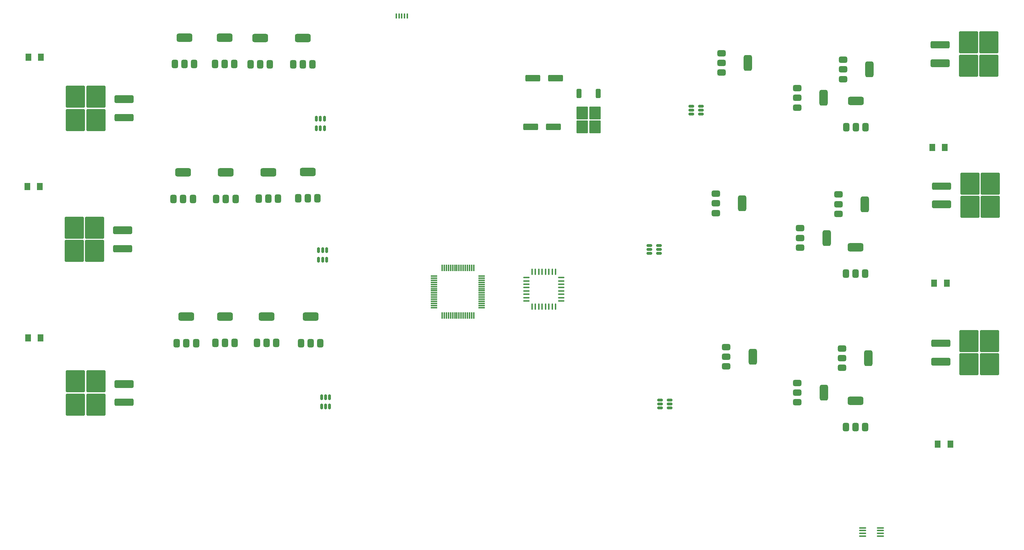
<source format=gbr>
%TF.GenerationSoftware,KiCad,Pcbnew,9.0.2*%
%TF.CreationDate,2025-09-14T19:19:56+01:00*%
%TF.ProjectId,ESP_IOBoard_V4,4553505f-494f-4426-9f61-72645f56342e,rev?*%
%TF.SameCoordinates,Original*%
%TF.FileFunction,Paste,Top*%
%TF.FilePolarity,Positive*%
%FSLAX46Y46*%
G04 Gerber Fmt 4.6, Leading zero omitted, Abs format (unit mm)*
G04 Created by KiCad (PCBNEW 9.0.2) date 2025-09-14 19:19:56*
%MOMM*%
%LPD*%
G01*
G04 APERTURE LIST*
G04 Aperture macros list*
%AMRoundRect*
0 Rectangle with rounded corners*
0 $1 Rounding radius*
0 $2 $3 $4 $5 $6 $7 $8 $9 X,Y pos of 4 corners*
0 Add a 4 corners polygon primitive as box body*
4,1,4,$2,$3,$4,$5,$6,$7,$8,$9,$2,$3,0*
0 Add four circle primitives for the rounded corners*
1,1,$1+$1,$2,$3*
1,1,$1+$1,$4,$5*
1,1,$1+$1,$6,$7*
1,1,$1+$1,$8,$9*
0 Add four rect primitives between the rounded corners*
20,1,$1+$1,$2,$3,$4,$5,0*
20,1,$1+$1,$4,$5,$6,$7,0*
20,1,$1+$1,$6,$7,$8,$9,0*
20,1,$1+$1,$8,$9,$2,$3,0*%
G04 Aperture macros list end*
%ADD10RoundRect,0.250001X-0.462499X-0.624999X0.462499X-0.624999X0.462499X0.624999X-0.462499X0.624999X0*%
%ADD11RoundRect,0.250000X-1.125000X1.275000X-1.125000X-1.275000X1.125000X-1.275000X1.125000X1.275000X0*%
%ADD12RoundRect,0.250000X-0.350000X0.850000X-0.350000X-0.850000X0.350000X-0.850000X0.350000X0.850000X0*%
%ADD13RoundRect,0.375000X0.375000X-0.625000X0.375000X0.625000X-0.375000X0.625000X-0.375000X-0.625000X0*%
%ADD14RoundRect,0.500000X1.400000X-0.500000X1.400000X0.500000X-1.400000X0.500000X-1.400000X-0.500000X0*%
%ADD15RoundRect,0.150000X0.512500X0.150000X-0.512500X0.150000X-0.512500X-0.150000X0.512500X-0.150000X0*%
%ADD16RoundRect,0.250001X0.462499X0.624999X-0.462499X0.624999X-0.462499X-0.624999X0.462499X-0.624999X0*%
%ADD17RoundRect,0.375000X-0.625000X-0.375000X0.625000X-0.375000X0.625000X0.375000X-0.625000X0.375000X0*%
%ADD18RoundRect,0.500000X-0.500000X-1.400000X0.500000X-1.400000X0.500000X1.400000X-0.500000X1.400000X0*%
%ADD19RoundRect,0.100000X-0.637500X-0.100000X0.637500X-0.100000X0.637500X0.100000X-0.637500X0.100000X0*%
%ADD20RoundRect,0.100000X-0.100000X-0.637500X0.100000X-0.637500X0.100000X0.637500X-0.100000X0.637500X0*%
%ADD21RoundRect,0.250000X2.025000X2.375000X-2.025000X2.375000X-2.025000X-2.375000X2.025000X-2.375000X0*%
%ADD22RoundRect,0.402091X1.897909X0.482509X-1.897909X0.482509X-1.897909X-0.482509X1.897909X-0.482509X0*%
%ADD23RoundRect,0.425182X1.874818X0.510218X-1.874818X0.510218X-1.874818X-0.510218X1.874818X-0.510218X0*%
%ADD24R,0.450000X1.300000*%
%ADD25RoundRect,0.250000X1.500000X0.550000X-1.500000X0.550000X-1.500000X-0.550000X1.500000X-0.550000X0*%
%ADD26RoundRect,0.150000X0.150000X-0.512500X0.150000X0.512500X-0.150000X0.512500X-0.150000X-0.512500X0*%
%ADD27RoundRect,0.250000X-2.025000X-2.375000X2.025000X-2.375000X2.025000X2.375000X-2.025000X2.375000X0*%
%ADD28RoundRect,0.402091X-1.897909X-0.482509X1.897909X-0.482509X1.897909X0.482509X-1.897909X0.482509X0*%
%ADD29RoundRect,0.425182X-1.874818X-0.510218X1.874818X-0.510218X1.874818X0.510218X-1.874818X0.510218X0*%
%ADD30RoundRect,0.150000X-0.150000X0.512500X-0.150000X-0.512500X0.150000X-0.512500X0.150000X0.512500X0*%
%ADD31RoundRect,0.100000X-0.712500X-0.100000X0.712500X-0.100000X0.712500X0.100000X-0.712500X0.100000X0*%
%ADD32RoundRect,0.075000X0.700000X0.075000X-0.700000X0.075000X-0.700000X-0.075000X0.700000X-0.075000X0*%
%ADD33RoundRect,0.075000X0.075000X0.700000X-0.075000X0.700000X-0.075000X-0.700000X0.075000X-0.700000X0*%
%ADD34RoundRect,0.150000X-0.512500X-0.150000X0.512500X-0.150000X0.512500X0.150000X-0.512500X0.150000X0*%
G04 APERTURE END LIST*
D10*
X27174800Y-38690600D03*
X30149800Y-38690600D03*
D11*
X162109800Y-51996000D03*
X159059800Y-51996000D03*
X162109800Y-55346000D03*
X159059800Y-55346000D03*
D12*
X162864800Y-47371000D03*
X158304800Y-47371000D03*
D13*
X71715600Y-106832800D03*
X74015600Y-106832800D03*
D14*
X74015600Y-100532800D03*
D13*
X76315600Y-106832800D03*
D15*
X187370300Y-52272100D03*
X187370300Y-51322100D03*
X187370300Y-50372100D03*
X185095300Y-50372100D03*
X185095300Y-51322100D03*
X185095300Y-52272100D03*
D13*
X221912400Y-90289600D03*
X224212400Y-90289600D03*
D14*
X224212400Y-83989600D03*
D13*
X226512400Y-90289600D03*
D10*
X27073200Y-105587800D03*
X30048200Y-105587800D03*
D13*
X221894200Y-126903100D03*
X224194200Y-126903100D03*
D14*
X224194200Y-120603100D03*
D13*
X226494200Y-126903100D03*
D16*
X246768000Y-130902800D03*
X243793000Y-130902800D03*
D13*
X71893400Y-72492000D03*
X74193400Y-72492000D03*
D14*
X74193400Y-66192000D03*
D13*
X76493400Y-72492000D03*
D17*
X192252600Y-37787475D03*
X192252600Y-40087475D03*
D18*
X198552600Y-40087475D03*
D17*
X192252600Y-42387475D03*
D19*
X145773700Y-91230800D03*
X145773700Y-92030800D03*
X145773700Y-92830800D03*
X145773700Y-93630800D03*
X145773700Y-94430800D03*
X145773700Y-95230800D03*
X145773700Y-96030800D03*
X145773700Y-96830800D03*
D20*
X147136200Y-98193300D03*
X147936200Y-98193300D03*
X148736200Y-98193300D03*
X149536200Y-98193300D03*
X150336200Y-98193300D03*
X151136200Y-98193300D03*
X151936200Y-98193300D03*
X152736200Y-98193300D03*
D19*
X154098700Y-96830800D03*
X154098700Y-96030800D03*
X154098700Y-95230800D03*
X154098700Y-94430800D03*
X154098700Y-93630800D03*
X154098700Y-92830800D03*
X154098700Y-92030800D03*
X154098700Y-91230800D03*
D20*
X152736200Y-89868300D03*
X151936200Y-89868300D03*
X151136200Y-89868300D03*
X150336200Y-89868300D03*
X149536200Y-89868300D03*
X148736200Y-89868300D03*
X147936200Y-89868300D03*
X147136200Y-89868300D03*
D15*
X177348300Y-85471600D03*
X177348300Y-84521600D03*
X177348300Y-83571600D03*
X175073300Y-83571600D03*
X175073300Y-84521600D03*
X175073300Y-85471600D03*
D10*
X242938200Y-92579200D03*
X245913200Y-92579200D03*
D21*
X43236800Y-53672200D03*
X43236800Y-48122200D03*
X38386800Y-53672200D03*
X38386800Y-48122200D03*
D22*
X49961800Y-53102600D03*
D23*
X49961800Y-48742600D03*
D17*
X221234000Y-39336875D03*
X221234000Y-41636875D03*
D18*
X227534000Y-41636875D03*
D17*
X221234000Y-43936875D03*
D24*
X117408400Y-28867800D03*
X116758400Y-28867800D03*
X116108400Y-28867800D03*
X115458400Y-28867800D03*
X114808400Y-28867800D03*
D25*
X152694600Y-43738800D03*
X147294600Y-43738800D03*
D21*
X42926000Y-84899600D03*
X42926000Y-79349600D03*
X38076000Y-84899600D03*
X38076000Y-79349600D03*
D22*
X49651000Y-84330000D03*
D23*
X49651000Y-79970000D03*
D26*
X95759100Y-55620500D03*
X96709100Y-55620500D03*
X97659100Y-55620500D03*
X97659100Y-53345500D03*
X96709100Y-53345500D03*
X95759100Y-53345500D03*
D17*
X211004000Y-79479200D03*
X211004000Y-81779200D03*
D18*
X217304000Y-81779200D03*
D17*
X211004000Y-84079200D03*
D13*
X71617217Y-40361000D03*
X73917217Y-40361000D03*
D14*
X73917217Y-34061000D03*
D13*
X76217217Y-40361000D03*
D16*
X29897200Y-69507200D03*
X26922200Y-69507200D03*
D25*
X152204400Y-55295800D03*
X146804400Y-55295800D03*
D13*
X221956600Y-55397800D03*
X224256600Y-55397800D03*
D14*
X224256600Y-49097800D03*
D13*
X226556600Y-55397800D03*
D17*
X220956600Y-108130400D03*
X220956600Y-110430400D03*
D18*
X227256600Y-110430400D03*
D17*
X220956600Y-112730400D03*
X210339400Y-116334600D03*
X210339400Y-118634600D03*
D18*
X216639400Y-118634600D03*
D17*
X210339400Y-120934600D03*
D13*
X81596200Y-106833200D03*
X83896200Y-106833200D03*
D14*
X83896200Y-100533200D03*
D13*
X86196200Y-106833200D03*
X92086400Y-106858200D03*
X94386400Y-106858200D03*
D14*
X94386400Y-100558200D03*
D13*
X96686400Y-106858200D03*
D27*
X251098400Y-35193600D03*
X251098400Y-40743600D03*
X255948400Y-35193600D03*
X255948400Y-40743600D03*
D28*
X244373400Y-35763200D03*
D29*
X244373400Y-40123200D03*
D21*
X43220600Y-121520000D03*
X43220600Y-115970000D03*
X38370600Y-121520000D03*
X38370600Y-115970000D03*
D22*
X49945600Y-120950400D03*
D23*
X49945600Y-116590400D03*
D17*
X190887600Y-71261600D03*
X190887600Y-73561600D03*
D18*
X197187600Y-73561600D03*
D17*
X190887600Y-75861600D03*
D13*
X82002600Y-72441200D03*
X84302600Y-72441200D03*
D14*
X84302600Y-66141200D03*
D13*
X86602600Y-72441200D03*
X62507500Y-106858200D03*
X64807500Y-106858200D03*
D14*
X64807500Y-100558200D03*
D13*
X67107500Y-106858200D03*
D30*
X98199000Y-84714500D03*
X97249000Y-84714500D03*
X96299000Y-84714500D03*
X96299000Y-86989500D03*
X97249000Y-86989500D03*
X98199000Y-86989500D03*
D13*
X91400600Y-72365000D03*
X93700600Y-72365000D03*
D14*
X93700600Y-66065000D03*
D13*
X96000600Y-72365000D03*
D27*
X251424000Y-68853000D03*
X251424000Y-74403000D03*
X256274000Y-68853000D03*
X256274000Y-74403000D03*
D28*
X244699000Y-69422600D03*
D29*
X244699000Y-73782600D03*
D13*
X90218900Y-40411800D03*
X92518900Y-40411800D03*
D14*
X92518900Y-34111800D03*
D13*
X94818900Y-40411800D03*
D17*
X193395200Y-107821100D03*
X193395200Y-110121100D03*
D18*
X199695200Y-110121100D03*
D17*
X193395200Y-112421100D03*
D31*
X225899000Y-150886100D03*
X225899000Y-151536100D03*
X225899000Y-152186100D03*
X225899000Y-152836100D03*
X230124000Y-152836100D03*
X230124000Y-152186100D03*
X230124000Y-151536100D03*
X230124000Y-150886100D03*
D30*
X98892400Y-119715700D03*
X97942400Y-119715700D03*
X96992400Y-119715700D03*
X96992400Y-121990700D03*
X97942400Y-121990700D03*
X98892400Y-121990700D03*
D32*
X135164200Y-98390400D03*
X135164200Y-97890400D03*
X135164200Y-97390400D03*
X135164200Y-96890400D03*
X135164200Y-96390400D03*
X135164200Y-95890400D03*
X135164200Y-95390400D03*
X135164200Y-94890400D03*
X135164200Y-94390400D03*
X135164200Y-93890400D03*
X135164200Y-93390400D03*
X135164200Y-92890400D03*
X135164200Y-92390400D03*
X135164200Y-91890400D03*
X135164200Y-91390400D03*
X135164200Y-90890400D03*
D33*
X133239200Y-88965400D03*
X132739200Y-88965400D03*
X132239200Y-88965400D03*
X131739200Y-88965400D03*
X131239200Y-88965400D03*
X130739200Y-88965400D03*
X130239200Y-88965400D03*
X129739200Y-88965400D03*
X129239200Y-88965400D03*
X128739200Y-88965400D03*
X128239200Y-88965400D03*
X127739200Y-88965400D03*
X127239200Y-88965400D03*
X126739200Y-88965400D03*
X126239200Y-88965400D03*
X125739200Y-88965400D03*
D32*
X123814200Y-90890400D03*
X123814200Y-91390400D03*
X123814200Y-91890400D03*
X123814200Y-92390400D03*
X123814200Y-92890400D03*
X123814200Y-93390400D03*
X123814200Y-93890400D03*
X123814200Y-94390400D03*
X123814200Y-94890400D03*
X123814200Y-95390400D03*
X123814200Y-95890400D03*
X123814200Y-96390400D03*
X123814200Y-96890400D03*
X123814200Y-97390400D03*
X123814200Y-97890400D03*
X123814200Y-98390400D03*
D33*
X125739200Y-100315400D03*
X126239200Y-100315400D03*
X126739200Y-100315400D03*
X127239200Y-100315400D03*
X127739200Y-100315400D03*
X128239200Y-100315400D03*
X128739200Y-100315400D03*
X129239200Y-100315400D03*
X129739200Y-100315400D03*
X130239200Y-100315400D03*
X130739200Y-100315400D03*
X131239200Y-100315400D03*
X131739200Y-100315400D03*
X132239200Y-100315400D03*
X132739200Y-100315400D03*
X133239200Y-100315400D03*
D27*
X251223200Y-106334600D03*
X251223200Y-111884600D03*
X256073200Y-106334600D03*
X256073200Y-111884600D03*
D28*
X244498200Y-106904200D03*
D29*
X244498200Y-111264200D03*
D13*
X61745500Y-72466600D03*
X64045500Y-72466600D03*
D14*
X64045500Y-66166600D03*
D13*
X66345500Y-72466600D03*
X80070468Y-40437200D03*
X82370468Y-40437200D03*
D14*
X82370468Y-34137200D03*
D13*
X84670468Y-40437200D03*
X62063600Y-40355200D03*
X64363600Y-40355200D03*
D14*
X64363600Y-34055200D03*
D13*
X66663600Y-40355200D03*
D16*
X245468800Y-60198000D03*
X242493800Y-60198000D03*
D34*
X177655500Y-120388300D03*
X177655500Y-121338300D03*
X177655500Y-122288300D03*
X179930500Y-122288300D03*
X179930500Y-121338300D03*
X179930500Y-120388300D03*
D17*
X220122600Y-71440100D03*
X220122600Y-73740100D03*
D18*
X226422600Y-73740100D03*
D17*
X220122600Y-76040100D03*
X210312000Y-46105375D03*
X210312000Y-48405375D03*
D18*
X216612000Y-48405375D03*
D17*
X210312000Y-50705375D03*
M02*

</source>
